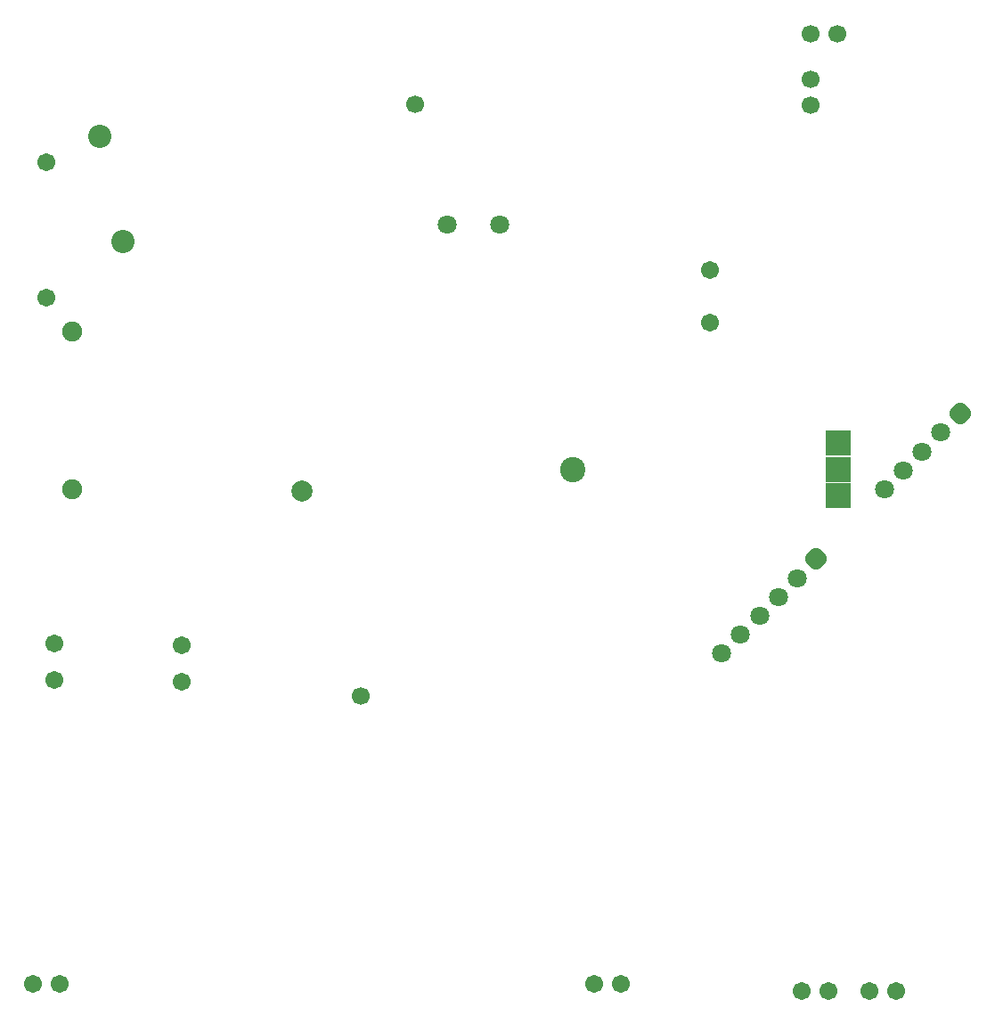
<source format=gbs>
G04 Layer_Color=16711935*
%FSAX44Y44*%
%MOMM*%
G71*
G01*
G75*
%ADD64C,1.7000*%
%ADD76C,2.2032*%
%ADD108C,1.8032*%
G04:AMPARAMS|DCode=109|XSize=1.8032mm|YSize=1.8032mm|CornerRadius=0.5016mm|HoleSize=0mm|Usage=FLASHONLY|Rotation=315.000|XOffset=0mm|YOffset=0mm|HoleType=Round|Shape=RoundedRectangle|*
%AMROUNDEDRECTD109*
21,1,1.8032,0.8000,0,0,315.0*
21,1,0.8000,1.8032,0,0,315.0*
1,1,1.0032,0.0000,-0.5657*
1,1,1.0032,-0.5657,0.0000*
1,1,1.0032,0.0000,0.5657*
1,1,1.0032,0.5657,0.0000*
%
%ADD109ROUNDEDRECTD109*%
%ADD110C,1.7032*%
%ADD111R,2.4032X2.4032*%
%ADD112C,2.4032*%
%ADD113C,1.9032*%
%ADD114C,2.0032*%
D64*
X00824663Y02063500D02*
D03*
X00876663Y02625500D02*
D03*
X01252663Y02649500D02*
D03*
Y02624500D02*
D03*
Y02692750D02*
D03*
X01277663D02*
D03*
D76*
X00576663Y02595500D02*
D03*
X00598663Y02495500D02*
D03*
D108*
X01203728Y02139633D02*
D03*
X01239649Y02175554D02*
D03*
X01185767Y02121673D02*
D03*
X01221688Y02157594D02*
D03*
X01167807Y02103712D02*
D03*
X01322418Y02259876D02*
D03*
X01340379Y02277837D02*
D03*
X01376300Y02313758D02*
D03*
X01358339Y02295797D02*
D03*
X00956663Y02511500D02*
D03*
X00906663D02*
D03*
D109*
X01257609Y02193515D02*
D03*
X01394260Y02331718D02*
D03*
D110*
X01156663Y02468500D02*
D03*
Y02418500D02*
D03*
X00654663Y02112000D02*
D03*
Y02077000D02*
D03*
X00533663Y02113500D02*
D03*
Y02078500D02*
D03*
X00525663Y02570790D02*
D03*
Y02442210D02*
D03*
X01333363Y01783500D02*
D03*
X01307963D02*
D03*
X01269363D02*
D03*
X01243963D02*
D03*
X00512963Y01789500D02*
D03*
X00538363D02*
D03*
X01046963Y01789500D02*
D03*
X01072363D02*
D03*
D111*
X01278663Y02278500D02*
D03*
Y02303500D02*
D03*
Y02253500D02*
D03*
D112*
X01026663Y02278500D02*
D03*
D113*
X00550663Y02409500D02*
D03*
Y02259500D02*
D03*
D114*
X00768663Y02258500D02*
D03*
M02*

</source>
